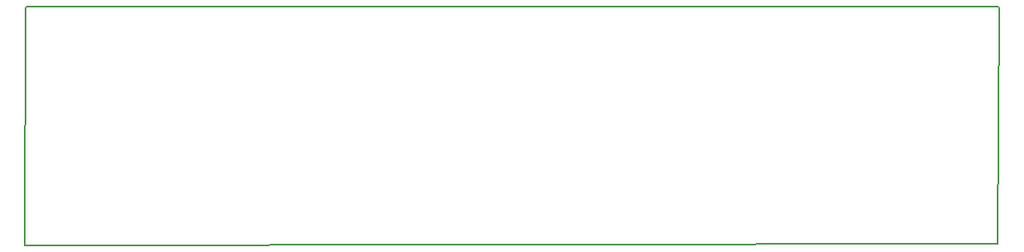
<source format=gbr>
G04 #@! TF.GenerationSoftware,KiCad,Pcbnew,5.0.0-rc2-dev-unknown-6940f92~62~ubuntu16.04.1*
G04 #@! TF.CreationDate,2018-03-25T22:17:42+02:00*
G04 #@! TF.ProjectId,roboy_sno,726F626F795F736E6F2E6B696361645F,rev?*
G04 #@! TF.SameCoordinates,Original*
G04 #@! TF.FileFunction,Profile,NP*
%FSLAX46Y46*%
G04 Gerber Fmt 4.6, Leading zero omitted, Abs format (unit mm)*
G04 Created by KiCad (PCBNEW 5.0.0-rc2-dev-unknown-6940f92~62~ubuntu16.04.1) date Sun Mar 25 22:17:42 2018*
%MOMM*%
%LPD*%
G01*
G04 APERTURE LIST*
%ADD10C,0.150000*%
G04 APERTURE END LIST*
D10*
X90106500Y-128016000D02*
X90170000Y-103568500D01*
X189992000Y-127825500D02*
X90106500Y-128016000D01*
X190119000Y-103568500D02*
X189992000Y-127825500D01*
X90233500Y-103505000D02*
X190055500Y-103505000D01*
M02*

</source>
